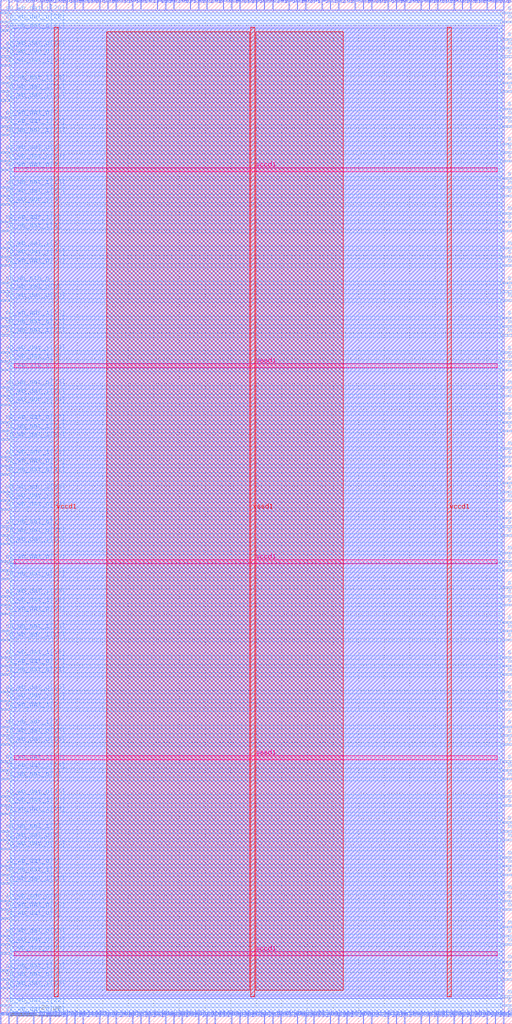
<source format=lef>
VERSION 5.7 ;
  NOWIREEXTENSIONATPIN ON ;
  DIVIDERCHAR "/" ;
  BUSBITCHARS "[]" ;
MACRO wb_interconnect
  CLASS BLOCK ;
  FOREIGN wb_interconnect ;
  ORIGIN 0.000 0.000 ;
  SIZE 200.000 BY 400.000 ;
  PIN clk_i
    DIRECTION INPUT ;
    USE SIGNAL ;
    PORT
      LAYER met2 ;
        RECT 119.230 396.000 119.510 400.000 ;
    END
  END clk_i
  PIN m0_wb_ack_o
    DIRECTION OUTPUT TRISTATE ;
    USE SIGNAL ;
    PORT
      LAYER met3 ;
        RECT 196.000 391.040 200.000 391.640 ;
    END
  END m0_wb_ack_o
  PIN m0_wb_adr_i[0]
    DIRECTION INPUT ;
    USE SIGNAL ;
    PORT
      LAYER met3 ;
        RECT 0.000 115.640 4.000 116.240 ;
    END
  END m0_wb_adr_i[0]
  PIN m0_wb_adr_i[10]
    DIRECTION INPUT ;
    USE SIGNAL ;
    PORT
      LAYER met3 ;
        RECT 196.000 272.040 200.000 272.640 ;
    END
  END m0_wb_adr_i[10]
  PIN m0_wb_adr_i[11]
    DIRECTION INPUT ;
    USE SIGNAL ;
    PORT
      LAYER met3 ;
        RECT 0.000 221.040 4.000 221.640 ;
    END
  END m0_wb_adr_i[11]
  PIN m0_wb_adr_i[12]
    DIRECTION INPUT ;
    USE SIGNAL ;
    PORT
      LAYER met3 ;
        RECT 196.000 23.840 200.000 24.440 ;
    END
  END m0_wb_adr_i[12]
  PIN m0_wb_adr_i[13]
    DIRECTION INPUT ;
    USE SIGNAL ;
    PORT
      LAYER met2 ;
        RECT 70.930 0.000 71.210 4.000 ;
    END
  END m0_wb_adr_i[13]
  PIN m0_wb_adr_i[14]
    DIRECTION INPUT ;
    USE SIGNAL ;
    PORT
      LAYER met2 ;
        RECT 64.490 0.000 64.770 4.000 ;
    END
  END m0_wb_adr_i[14]
  PIN m0_wb_adr_i[15]
    DIRECTION INPUT ;
    USE SIGNAL ;
    PORT
      LAYER met3 ;
        RECT 196.000 153.040 200.000 153.640 ;
    END
  END m0_wb_adr_i[15]
  PIN m0_wb_adr_i[16]
    DIRECTION INPUT ;
    USE SIGNAL ;
    PORT
      LAYER met2 ;
        RECT 141.770 396.000 142.050 400.000 ;
    END
  END m0_wb_adr_i[16]
  PIN m0_wb_adr_i[17]
    DIRECTION INPUT ;
    USE SIGNAL ;
    PORT
      LAYER met3 ;
        RECT 0.000 149.640 4.000 150.240 ;
    END
  END m0_wb_adr_i[17]
  PIN m0_wb_adr_i[18]
    DIRECTION INPUT ;
    USE SIGNAL ;
    PORT
      LAYER met3 ;
        RECT 0.000 275.440 4.000 276.040 ;
    END
  END m0_wb_adr_i[18]
  PIN m0_wb_adr_i[19]
    DIRECTION INPUT ;
    USE SIGNAL ;
    PORT
      LAYER met3 ;
        RECT 196.000 367.240 200.000 367.840 ;
    END
  END m0_wb_adr_i[19]
  PIN m0_wb_adr_i[1]
    DIRECTION INPUT ;
    USE SIGNAL ;
    PORT
      LAYER met3 ;
        RECT 0.000 312.840 4.000 313.440 ;
    END
  END m0_wb_adr_i[1]
  PIN m0_wb_adr_i[20]
    DIRECTION INPUT ;
    USE SIGNAL ;
    PORT
      LAYER met3 ;
        RECT 196.000 224.440 200.000 225.040 ;
    END
  END m0_wb_adr_i[20]
  PIN m0_wb_adr_i[21]
    DIRECTION INPUT ;
    USE SIGNAL ;
    PORT
      LAYER met3 ;
        RECT 196.000 204.040 200.000 204.640 ;
    END
  END m0_wb_adr_i[21]
  PIN m0_wb_adr_i[22]
    DIRECTION INPUT ;
    USE SIGNAL ;
    PORT
      LAYER met3 ;
        RECT 196.000 350.240 200.000 350.840 ;
    END
  END m0_wb_adr_i[22]
  PIN m0_wb_adr_i[23]
    DIRECTION INPUT ;
    USE SIGNAL ;
    PORT
      LAYER met3 ;
        RECT 0.000 346.840 4.000 347.440 ;
    END
  END m0_wb_adr_i[23]
  PIN m0_wb_adr_i[24]
    DIRECTION INPUT ;
    USE SIGNAL ;
    PORT
      LAYER met3 ;
        RECT 0.000 241.440 4.000 242.040 ;
    END
  END m0_wb_adr_i[24]
  PIN m0_wb_adr_i[25]
    DIRECTION INPUT ;
    USE SIGNAL ;
    PORT
      LAYER met3 ;
        RECT 196.000 139.440 200.000 140.040 ;
    END
  END m0_wb_adr_i[25]
  PIN m0_wb_adr_i[26]
    DIRECTION INPUT ;
    USE SIGNAL ;
    PORT
      LAYER met2 ;
        RECT 51.610 396.000 51.890 400.000 ;
    END
  END m0_wb_adr_i[26]
  PIN m0_wb_adr_i[27]
    DIRECTION INPUT ;
    USE SIGNAL ;
    PORT
      LAYER met3 ;
        RECT 196.000 95.240 200.000 95.840 ;
    END
  END m0_wb_adr_i[27]
  PIN m0_wb_adr_i[28]
    DIRECTION INPUT ;
    USE SIGNAL ;
    PORT
      LAYER met2 ;
        RECT 164.310 396.000 164.590 400.000 ;
    END
  END m0_wb_adr_i[28]
  PIN m0_wb_adr_i[29]
    DIRECTION INPUT ;
    USE SIGNAL ;
    PORT
      LAYER met3 ;
        RECT 0.000 207.440 4.000 208.040 ;
    END
  END m0_wb_adr_i[29]
  PIN m0_wb_adr_i[2]
    DIRECTION INPUT ;
    USE SIGNAL ;
    PORT
      LAYER met3 ;
        RECT 196.000 51.040 200.000 51.640 ;
    END
  END m0_wb_adr_i[2]
  PIN m0_wb_adr_i[30]
    DIRECTION INPUT ;
    USE SIGNAL ;
    PORT
      LAYER met2 ;
        RECT 96.690 0.000 96.970 4.000 ;
    END
  END m0_wb_adr_i[30]
  PIN m0_wb_adr_i[31]
    DIRECTION INPUT ;
    USE SIGNAL ;
    PORT
      LAYER met3 ;
        RECT 196.000 10.240 200.000 10.840 ;
    END
  END m0_wb_adr_i[31]
  PIN m0_wb_adr_i[3]
    DIRECTION INPUT ;
    USE SIGNAL ;
    PORT
      LAYER met3 ;
        RECT 196.000 37.440 200.000 38.040 ;
    END
  END m0_wb_adr_i[3]
  PIN m0_wb_adr_i[4]
    DIRECTION INPUT ;
    USE SIGNAL ;
    PORT
      LAYER met3 ;
        RECT 196.000 255.040 200.000 255.640 ;
    END
  END m0_wb_adr_i[4]
  PIN m0_wb_adr_i[5]
    DIRECTION INPUT ;
    USE SIGNAL ;
    PORT
      LAYER met3 ;
        RECT 196.000 353.640 200.000 354.240 ;
    END
  END m0_wb_adr_i[5]
  PIN m0_wb_adr_i[6]
    DIRECTION INPUT ;
    USE SIGNAL ;
    PORT
      LAYER met2 ;
        RECT 116.010 0.000 116.290 4.000 ;
    END
  END m0_wb_adr_i[6]
  PIN m0_wb_adr_i[7]
    DIRECTION INPUT ;
    USE SIGNAL ;
    PORT
      LAYER met3 ;
        RECT 196.000 71.440 200.000 72.040 ;
    END
  END m0_wb_adr_i[7]
  PIN m0_wb_adr_i[8]
    DIRECTION INPUT ;
    USE SIGNAL ;
    PORT
      LAYER met3 ;
        RECT 0.000 319.640 4.000 320.240 ;
    END
  END m0_wb_adr_i[8]
  PIN m0_wb_adr_i[9]
    DIRECTION INPUT ;
    USE SIGNAL ;
    PORT
      LAYER met3 ;
        RECT 196.000 248.240 200.000 248.840 ;
    END
  END m0_wb_adr_i[9]
  PIN m0_wb_cyc_i
    DIRECTION INPUT ;
    USE SIGNAL ;
    PORT
      LAYER met2 ;
        RECT 193.290 0.000 193.570 4.000 ;
    END
  END m0_wb_cyc_i
  PIN m0_wb_dat_i[0]
    DIRECTION INPUT ;
    USE SIGNAL ;
    PORT
      LAYER met2 ;
        RECT 119.230 0.000 119.510 4.000 ;
    END
  END m0_wb_dat_i[0]
  PIN m0_wb_dat_i[10]
    DIRECTION INPUT ;
    USE SIGNAL ;
    PORT
      LAYER met2 ;
        RECT 67.710 0.000 67.990 4.000 ;
    END
  END m0_wb_dat_i[10]
  PIN m0_wb_dat_i[11]
    DIRECTION INPUT ;
    USE SIGNAL ;
    PORT
      LAYER met2 ;
        RECT 177.190 0.000 177.470 4.000 ;
    END
  END m0_wb_dat_i[11]
  PIN m0_wb_dat_i[12]
    DIRECTION INPUT ;
    USE SIGNAL ;
    PORT
      LAYER met2 ;
        RECT 16.190 0.000 16.470 4.000 ;
    END
  END m0_wb_dat_i[12]
  PIN m0_wb_dat_i[13]
    DIRECTION INPUT ;
    USE SIGNAL ;
    PORT
      LAYER met3 ;
        RECT 196.000 316.240 200.000 316.840 ;
    END
  END m0_wb_dat_i[13]
  PIN m0_wb_dat_i[14]
    DIRECTION INPUT ;
    USE SIGNAL ;
    PORT
      LAYER met3 ;
        RECT 0.000 142.840 4.000 143.440 ;
    END
  END m0_wb_dat_i[14]
  PIN m0_wb_dat_i[15]
    DIRECTION INPUT ;
    USE SIGNAL ;
    PORT
      LAYER met2 ;
        RECT 141.770 0.000 142.050 4.000 ;
    END
  END m0_wb_dat_i[15]
  PIN m0_wb_dat_i[16]
    DIRECTION INPUT ;
    USE SIGNAL ;
    PORT
      LAYER met2 ;
        RECT 109.570 0.000 109.850 4.000 ;
    END
  END m0_wb_dat_i[16]
  PIN m0_wb_dat_i[17]
    DIRECTION INPUT ;
    USE SIGNAL ;
    PORT
      LAYER met2 ;
        RECT 183.630 396.000 183.910 400.000 ;
    END
  END m0_wb_dat_i[17]
  PIN m0_wb_dat_i[18]
    DIRECTION INPUT ;
    USE SIGNAL ;
    PORT
      LAYER met3 ;
        RECT 0.000 326.440 4.000 327.040 ;
    END
  END m0_wb_dat_i[18]
  PIN m0_wb_dat_i[19]
    DIRECTION INPUT ;
    USE SIGNAL ;
    PORT
      LAYER met3 ;
        RECT 0.000 374.040 4.000 374.640 ;
    END
  END m0_wb_dat_i[19]
  PIN m0_wb_dat_i[1]
    DIRECTION INPUT ;
    USE SIGNAL ;
    PORT
      LAYER met2 ;
        RECT 6.530 396.000 6.810 400.000 ;
    END
  END m0_wb_dat_i[1]
  PIN m0_wb_dat_i[20]
    DIRECTION INPUT ;
    USE SIGNAL ;
    PORT
      LAYER met3 ;
        RECT 196.000 98.640 200.000 99.240 ;
    END
  END m0_wb_dat_i[20]
  PIN m0_wb_dat_i[21]
    DIRECTION INPUT ;
    USE SIGNAL ;
    PORT
      LAYER met3 ;
        RECT 0.000 244.840 4.000 245.440 ;
    END
  END m0_wb_dat_i[21]
  PIN m0_wb_dat_i[22]
    DIRECTION INPUT ;
    USE SIGNAL ;
    PORT
      LAYER met3 ;
        RECT 196.000 136.040 200.000 136.640 ;
    END
  END m0_wb_dat_i[22]
  PIN m0_wb_dat_i[23]
    DIRECTION INPUT ;
    USE SIGNAL ;
    PORT
      LAYER met3 ;
        RECT 0.000 323.040 4.000 323.640 ;
    END
  END m0_wb_dat_i[23]
  PIN m0_wb_dat_i[24]
    DIRECTION INPUT ;
    USE SIGNAL ;
    PORT
      LAYER met2 ;
        RECT 45.170 0.000 45.450 4.000 ;
    END
  END m0_wb_dat_i[24]
  PIN m0_wb_dat_i[25]
    DIRECTION INPUT ;
    USE SIGNAL ;
    PORT
      LAYER met3 ;
        RECT 196.000 183.640 200.000 184.240 ;
    END
  END m0_wb_dat_i[25]
  PIN m0_wb_dat_i[26]
    DIRECTION INPUT ;
    USE SIGNAL ;
    PORT
      LAYER met3 ;
        RECT 196.000 295.840 200.000 296.440 ;
    END
  END m0_wb_dat_i[26]
  PIN m0_wb_dat_i[27]
    DIRECTION INPUT ;
    USE SIGNAL ;
    PORT
      LAYER met2 ;
        RECT 122.450 0.000 122.730 4.000 ;
    END
  END m0_wb_dat_i[27]
  PIN m0_wb_dat_i[28]
    DIRECTION INPUT ;
    USE SIGNAL ;
    PORT
      LAYER met3 ;
        RECT 0.000 367.240 4.000 367.840 ;
    END
  END m0_wb_dat_i[28]
  PIN m0_wb_dat_i[29]
    DIRECTION INPUT ;
    USE SIGNAL ;
    PORT
      LAYER met2 ;
        RECT 74.150 396.000 74.430 400.000 ;
    END
  END m0_wb_dat_i[29]
  PIN m0_wb_dat_i[2]
    DIRECTION INPUT ;
    USE SIGNAL ;
    PORT
      LAYER met3 ;
        RECT 0.000 57.840 4.000 58.440 ;
    END
  END m0_wb_dat_i[2]
  PIN m0_wb_dat_i[30]
    DIRECTION INPUT ;
    USE SIGNAL ;
    PORT
      LAYER met3 ;
        RECT 0.000 85.040 4.000 85.640 ;
    END
  END m0_wb_dat_i[30]
  PIN m0_wb_dat_i[31]
    DIRECTION INPUT ;
    USE SIGNAL ;
    PORT
      LAYER met3 ;
        RECT 0.000 363.840 4.000 364.440 ;
    END
  END m0_wb_dat_i[31]
  PIN m0_wb_dat_i[3]
    DIRECTION INPUT ;
    USE SIGNAL ;
    PORT
      LAYER met3 ;
        RECT 0.000 204.040 4.000 204.640 ;
    END
  END m0_wb_dat_i[3]
  PIN m0_wb_dat_i[4]
    DIRECTION INPUT ;
    USE SIGNAL ;
    PORT
      LAYER met2 ;
        RECT 90.250 396.000 90.530 400.000 ;
    END
  END m0_wb_dat_i[4]
  PIN m0_wb_dat_i[5]
    DIRECTION INPUT ;
    USE SIGNAL ;
    PORT
      LAYER met2 ;
        RECT 32.290 396.000 32.570 400.000 ;
    END
  END m0_wb_dat_i[5]
  PIN m0_wb_dat_i[6]
    DIRECTION INPUT ;
    USE SIGNAL ;
    PORT
      LAYER met2 ;
        RECT 80.590 396.000 80.870 400.000 ;
    END
  END m0_wb_dat_i[6]
  PIN m0_wb_dat_i[7]
    DIRECTION INPUT ;
    USE SIGNAL ;
    PORT
      LAYER met2 ;
        RECT 116.010 396.000 116.290 400.000 ;
    END
  END m0_wb_dat_i[7]
  PIN m0_wb_dat_i[8]
    DIRECTION INPUT ;
    USE SIGNAL ;
    PORT
      LAYER met2 ;
        RECT 93.470 396.000 93.750 400.000 ;
    END
  END m0_wb_dat_i[8]
  PIN m0_wb_dat_i[9]
    DIRECTION INPUT ;
    USE SIGNAL ;
    PORT
      LAYER met3 ;
        RECT 196.000 61.240 200.000 61.840 ;
    END
  END m0_wb_dat_i[9]
  PIN m0_wb_dat_o[0]
    DIRECTION OUTPUT TRISTATE ;
    USE SIGNAL ;
    PORT
      LAYER met3 ;
        RECT 196.000 380.840 200.000 381.440 ;
    END
  END m0_wb_dat_o[0]
  PIN m0_wb_dat_o[10]
    DIRECTION OUTPUT TRISTATE ;
    USE SIGNAL ;
    PORT
      LAYER met3 ;
        RECT 0.000 34.040 4.000 34.640 ;
    END
  END m0_wb_dat_o[10]
  PIN m0_wb_dat_o[11]
    DIRECTION OUTPUT TRISTATE ;
    USE SIGNAL ;
    PORT
      LAYER met2 ;
        RECT 29.070 0.000 29.350 4.000 ;
    END
  END m0_wb_dat_o[11]
  PIN m0_wb_dat_o[12]
    DIRECTION OUTPUT TRISTATE ;
    USE SIGNAL ;
    PORT
      LAYER met3 ;
        RECT 196.000 122.440 200.000 123.040 ;
    END
  END m0_wb_dat_o[12]
  PIN m0_wb_dat_o[13]
    DIRECTION OUTPUT TRISTATE ;
    USE SIGNAL ;
    PORT
      LAYER met3 ;
        RECT 0.000 159.840 4.000 160.440 ;
    END
  END m0_wb_dat_o[13]
  PIN m0_wb_dat_o[14]
    DIRECTION OUTPUT TRISTATE ;
    USE SIGNAL ;
    PORT
      LAYER met3 ;
        RECT 196.000 302.640 200.000 303.240 ;
    END
  END m0_wb_dat_o[14]
  PIN m0_wb_dat_o[15]
    DIRECTION OUTPUT TRISTATE ;
    USE SIGNAL ;
    PORT
      LAYER met2 ;
        RECT 41.950 396.000 42.230 400.000 ;
    END
  END m0_wb_dat_o[15]
  PIN m0_wb_dat_o[16]
    DIRECTION OUTPUT TRISTATE ;
    USE SIGNAL ;
    PORT
      LAYER met3 ;
        RECT 196.000 30.640 200.000 31.240 ;
    END
  END m0_wb_dat_o[16]
  PIN m0_wb_dat_o[17]
    DIRECTION OUTPUT TRISTATE ;
    USE SIGNAL ;
    PORT
      LAYER met3 ;
        RECT 0.000 234.640 4.000 235.240 ;
    END
  END m0_wb_dat_o[17]
  PIN m0_wb_dat_o[18]
    DIRECTION OUTPUT TRISTATE ;
    USE SIGNAL ;
    PORT
      LAYER met3 ;
        RECT 0.000 336.640 4.000 337.240 ;
    END
  END m0_wb_dat_o[18]
  PIN m0_wb_dat_o[19]
    DIRECTION OUTPUT TRISTATE ;
    USE SIGNAL ;
    PORT
      LAYER met2 ;
        RECT 164.310 0.000 164.590 4.000 ;
    END
  END m0_wb_dat_o[19]
  PIN m0_wb_dat_o[1]
    DIRECTION OUTPUT TRISTATE ;
    USE SIGNAL ;
    PORT
      LAYER met2 ;
        RECT 83.810 0.000 84.090 4.000 ;
    END
  END m0_wb_dat_o[1]
  PIN m0_wb_dat_o[20]
    DIRECTION OUTPUT TRISTATE ;
    USE SIGNAL ;
    PORT
      LAYER met3 ;
        RECT 196.000 176.840 200.000 177.440 ;
    END
  END m0_wb_dat_o[20]
  PIN m0_wb_dat_o[21]
    DIRECTION OUTPUT TRISTATE ;
    USE SIGNAL ;
    PORT
      LAYER met2 ;
        RECT 193.290 396.000 193.570 400.000 ;
    END
  END m0_wb_dat_o[21]
  PIN m0_wb_dat_o[22]
    DIRECTION OUTPUT TRISTATE ;
    USE SIGNAL ;
    PORT
      LAYER met3 ;
        RECT 0.000 272.040 4.000 272.640 ;
    END
  END m0_wb_dat_o[22]
  PIN m0_wb_dat_o[23]
    DIRECTION OUTPUT TRISTATE ;
    USE SIGNAL ;
    PORT
      LAYER met3 ;
        RECT 0.000 108.840 4.000 109.440 ;
    END
  END m0_wb_dat_o[23]
  PIN m0_wb_dat_o[24]
    DIRECTION OUTPUT TRISTATE ;
    USE SIGNAL ;
    PORT
      LAYER met3 ;
        RECT 196.000 74.840 200.000 75.440 ;
    END
  END m0_wb_dat_o[24]
  PIN m0_wb_dat_o[25]
    DIRECTION OUTPUT TRISTATE ;
    USE SIGNAL ;
    PORT
      LAYER met3 ;
        RECT 0.000 248.240 4.000 248.840 ;
    END
  END m0_wb_dat_o[25]
  PIN m0_wb_dat_o[26]
    DIRECTION OUTPUT TRISTATE ;
    USE SIGNAL ;
    PORT
      LAYER met3 ;
        RECT 196.000 64.640 200.000 65.240 ;
    END
  END m0_wb_dat_o[26]
  PIN m0_wb_dat_o[27]
    DIRECTION OUTPUT TRISTATE ;
    USE SIGNAL ;
    PORT
      LAYER met3 ;
        RECT 196.000 326.440 200.000 327.040 ;
    END
  END m0_wb_dat_o[27]
  PIN m0_wb_dat_o[28]
    DIRECTION OUTPUT TRISTATE ;
    USE SIGNAL ;
    PORT
      LAYER met3 ;
        RECT 0.000 200.640 4.000 201.240 ;
    END
  END m0_wb_dat_o[28]
  PIN m0_wb_dat_o[29]
    DIRECTION OUTPUT TRISTATE ;
    USE SIGNAL ;
    PORT
      LAYER met3 ;
        RECT 196.000 258.440 200.000 259.040 ;
    END
  END m0_wb_dat_o[29]
  PIN m0_wb_dat_o[2]
    DIRECTION OUTPUT TRISTATE ;
    USE SIGNAL ;
    PORT
      LAYER met2 ;
        RECT 180.410 0.000 180.690 4.000 ;
    END
  END m0_wb_dat_o[2]
  PIN m0_wb_dat_o[30]
    DIRECTION OUTPUT TRISTATE ;
    USE SIGNAL ;
    PORT
      LAYER met3 ;
        RECT 0.000 30.640 4.000 31.240 ;
    END
  END m0_wb_dat_o[30]
  PIN m0_wb_dat_o[31]
    DIRECTION OUTPUT TRISTATE ;
    USE SIGNAL ;
    PORT
      LAYER met3 ;
        RECT 0.000 214.240 4.000 214.840 ;
    END
  END m0_wb_dat_o[31]
  PIN m0_wb_dat_o[3]
    DIRECTION OUTPUT TRISTATE ;
    USE SIGNAL ;
    PORT
      LAYER met2 ;
        RECT 138.550 396.000 138.830 400.000 ;
    END
  END m0_wb_dat_o[3]
  PIN m0_wb_dat_o[4]
    DIRECTION OUTPUT TRISTATE ;
    USE SIGNAL ;
    PORT
      LAYER met3 ;
        RECT 0.000 333.240 4.000 333.840 ;
    END
  END m0_wb_dat_o[4]
  PIN m0_wb_dat_o[5]
    DIRECTION OUTPUT TRISTATE ;
    USE SIGNAL ;
    PORT
      LAYER met3 ;
        RECT 196.000 44.240 200.000 44.840 ;
    END
  END m0_wb_dat_o[5]
  PIN m0_wb_dat_o[6]
    DIRECTION OUTPUT TRISTATE ;
    USE SIGNAL ;
    PORT
      LAYER met2 ;
        RECT 0.090 396.000 0.370 400.000 ;
    END
  END m0_wb_dat_o[6]
  PIN m0_wb_dat_o[7]
    DIRECTION OUTPUT TRISTATE ;
    USE SIGNAL ;
    PORT
      LAYER met2 ;
        RECT 54.830 396.000 55.110 400.000 ;
    END
  END m0_wb_dat_o[7]
  PIN m0_wb_dat_o[8]
    DIRECTION OUTPUT TRISTATE ;
    USE SIGNAL ;
    PORT
      LAYER met3 ;
        RECT 196.000 282.240 200.000 282.840 ;
    END
  END m0_wb_dat_o[8]
  PIN m0_wb_dat_o[9]
    DIRECTION OUTPUT TRISTATE ;
    USE SIGNAL ;
    PORT
      LAYER met3 ;
        RECT 196.000 268.640 200.000 269.240 ;
    END
  END m0_wb_dat_o[9]
  PIN m0_wb_sel_i[0]
    DIRECTION INPUT ;
    USE SIGNAL ;
    PORT
      LAYER met2 ;
        RECT 45.170 396.000 45.450 400.000 ;
    END
  END m0_wb_sel_i[0]
  PIN m0_wb_sel_i[1]
    DIRECTION INPUT ;
    USE SIGNAL ;
    PORT
      LAYER met2 ;
        RECT 61.270 396.000 61.550 400.000 ;
    END
  END m0_wb_sel_i[1]
  PIN m0_wb_sel_i[2]
    DIRECTION INPUT ;
    USE SIGNAL ;
    PORT
      LAYER met3 ;
        RECT 0.000 74.840 4.000 75.440 ;
    END
  END m0_wb_sel_i[2]
  PIN m0_wb_sel_i[3]
    DIRECTION INPUT ;
    USE SIGNAL ;
    PORT
      LAYER met3 ;
        RECT 0.000 302.640 4.000 303.240 ;
    END
  END m0_wb_sel_i[3]
  PIN m0_wb_stb_i
    DIRECTION INPUT ;
    USE SIGNAL ;
    PORT
      LAYER met2 ;
        RECT 144.990 0.000 145.270 4.000 ;
    END
  END m0_wb_stb_i
  PIN m0_wb_we_i
    DIRECTION INPUT ;
    USE SIGNAL ;
    PORT
      LAYER met3 ;
        RECT 196.000 3.440 200.000 4.040 ;
    END
  END m0_wb_we_i
  PIN rst
    DIRECTION INPUT ;
    USE SIGNAL ;
    PORT
      LAYER met3 ;
        RECT 0.000 176.840 4.000 177.440 ;
    END
  END rst
  PIN s0_wb_ack_i
    DIRECTION INPUT ;
    USE SIGNAL ;
    PORT
      LAYER met2 ;
        RECT 29.070 396.000 29.350 400.000 ;
    END
  END s0_wb_ack_i
  PIN s0_wb_adr_o[0]
    DIRECTION OUTPUT TRISTATE ;
    USE SIGNAL ;
    PORT
      LAYER met3 ;
        RECT 196.000 210.840 200.000 211.440 ;
    END
  END s0_wb_adr_o[0]
  PIN s0_wb_adr_o[1]
    DIRECTION OUTPUT TRISTATE ;
    USE SIGNAL ;
    PORT
      LAYER met3 ;
        RECT 196.000 340.040 200.000 340.640 ;
    END
  END s0_wb_adr_o[1]
  PIN s0_wb_adr_o[2]
    DIRECTION OUTPUT TRISTATE ;
    USE SIGNAL ;
    PORT
      LAYER met2 ;
        RECT 51.610 0.000 51.890 4.000 ;
    END
  END s0_wb_adr_o[2]
  PIN s0_wb_adr_o[3]
    DIRECTION OUTPUT TRISTATE ;
    USE SIGNAL ;
    PORT
      LAYER met3 ;
        RECT 196.000 115.640 200.000 116.240 ;
    END
  END s0_wb_adr_o[3]
  PIN s0_wb_adr_o[4]
    DIRECTION OUTPUT TRISTATE ;
    USE SIGNAL ;
    PORT
      LAYER met3 ;
        RECT 0.000 47.640 4.000 48.240 ;
    END
  END s0_wb_adr_o[4]
  PIN s0_wb_adr_o[5]
    DIRECTION OUTPUT TRISTATE ;
    USE SIGNAL ;
    PORT
      LAYER met3 ;
        RECT 196.000 261.840 200.000 262.440 ;
    END
  END s0_wb_adr_o[5]
  PIN s0_wb_adr_o[6]
    DIRECTION OUTPUT TRISTATE ;
    USE SIGNAL ;
    PORT
      LAYER met2 ;
        RECT 32.290 0.000 32.570 4.000 ;
    END
  END s0_wb_adr_o[6]
  PIN s0_wb_adr_o[7]
    DIRECTION OUTPUT TRISTATE ;
    USE SIGNAL ;
    PORT
      LAYER met3 ;
        RECT 196.000 102.040 200.000 102.640 ;
    END
  END s0_wb_adr_o[7]
  PIN s0_wb_adr_o[8]
    DIRECTION OUTPUT TRISTATE ;
    USE SIGNAL ;
    PORT
      LAYER met3 ;
        RECT 196.000 193.840 200.000 194.440 ;
    END
  END s0_wb_adr_o[8]
  PIN s0_wb_cyc_o
    DIRECTION OUTPUT TRISTATE ;
    USE SIGNAL ;
    PORT
      LAYER met3 ;
        RECT 0.000 377.440 4.000 378.040 ;
    END
  END s0_wb_cyc_o
  PIN s0_wb_dat_i[0]
    DIRECTION INPUT ;
    USE SIGNAL ;
    PORT
      LAYER met3 ;
        RECT 196.000 180.240 200.000 180.840 ;
    END
  END s0_wb_dat_i[0]
  PIN s0_wb_dat_i[10]
    DIRECTION INPUT ;
    USE SIGNAL ;
    PORT
      LAYER met3 ;
        RECT 0.000 153.040 4.000 153.640 ;
    END
  END s0_wb_dat_i[10]
  PIN s0_wb_dat_i[11]
    DIRECTION INPUT ;
    USE SIGNAL ;
    PORT
      LAYER met2 ;
        RECT 180.410 396.000 180.690 400.000 ;
    END
  END s0_wb_dat_i[11]
  PIN s0_wb_dat_i[12]
    DIRECTION INPUT ;
    USE SIGNAL ;
    PORT
      LAYER met2 ;
        RECT 103.130 0.000 103.410 4.000 ;
    END
  END s0_wb_dat_i[12]
  PIN s0_wb_dat_i[13]
    DIRECTION INPUT ;
    USE SIGNAL ;
    PORT
      LAYER met3 ;
        RECT 196.000 238.040 200.000 238.640 ;
    END
  END s0_wb_dat_i[13]
  PIN s0_wb_dat_i[14]
    DIRECTION INPUT ;
    USE SIGNAL ;
    PORT
      LAYER met3 ;
        RECT 0.000 163.240 4.000 163.840 ;
    END
  END s0_wb_dat_i[14]
  PIN s0_wb_dat_i[15]
    DIRECTION INPUT ;
    USE SIGNAL ;
    PORT
      LAYER met3 ;
        RECT 0.000 125.840 4.000 126.440 ;
    END
  END s0_wb_dat_i[15]
  PIN s0_wb_dat_i[16]
    DIRECTION INPUT ;
    USE SIGNAL ;
    PORT
      LAYER met2 ;
        RECT 154.650 0.000 154.930 4.000 ;
    END
  END s0_wb_dat_i[16]
  PIN s0_wb_dat_i[17]
    DIRECTION INPUT ;
    USE SIGNAL ;
    PORT
      LAYER met3 ;
        RECT 0.000 54.440 4.000 55.040 ;
    END
  END s0_wb_dat_i[17]
  PIN s0_wb_dat_i[18]
    DIRECTION INPUT ;
    USE SIGNAL ;
    PORT
      LAYER met2 ;
        RECT 167.530 396.000 167.810 400.000 ;
    END
  END s0_wb_dat_i[18]
  PIN s0_wb_dat_i[19]
    DIRECTION INPUT ;
    USE SIGNAL ;
    PORT
      LAYER met3 ;
        RECT 0.000 261.840 4.000 262.440 ;
    END
  END s0_wb_dat_i[19]
  PIN s0_wb_dat_i[1]
    DIRECTION INPUT ;
    USE SIGNAL ;
    PORT
      LAYER met2 ;
        RECT 19.410 396.000 19.690 400.000 ;
    END
  END s0_wb_dat_i[1]
  PIN s0_wb_dat_i[20]
    DIRECTION INPUT ;
    USE SIGNAL ;
    PORT
      LAYER met3 ;
        RECT 0.000 394.440 4.000 395.040 ;
    END
  END s0_wb_dat_i[20]
  PIN s0_wb_dat_i[21]
    DIRECTION INPUT ;
    USE SIGNAL ;
    PORT
      LAYER met3 ;
        RECT 0.000 299.240 4.000 299.840 ;
    END
  END s0_wb_dat_i[21]
  PIN s0_wb_dat_i[22]
    DIRECTION INPUT ;
    USE SIGNAL ;
    PORT
      LAYER met3 ;
        RECT 0.000 6.840 4.000 7.440 ;
    END
  END s0_wb_dat_i[22]
  PIN s0_wb_dat_i[23]
    DIRECTION INPUT ;
    USE SIGNAL ;
    PORT
      LAYER met2 ;
        RECT 90.250 0.000 90.530 4.000 ;
    END
  END s0_wb_dat_i[23]
  PIN s0_wb_dat_i[24]
    DIRECTION INPUT ;
    USE SIGNAL ;
    PORT
      LAYER met3 ;
        RECT 196.000 275.440 200.000 276.040 ;
    END
  END s0_wb_dat_i[24]
  PIN s0_wb_dat_i[25]
    DIRECTION INPUT ;
    USE SIGNAL ;
    PORT
      LAYER met3 ;
        RECT 0.000 187.040 4.000 187.640 ;
    END
  END s0_wb_dat_i[25]
  PIN s0_wb_dat_i[26]
    DIRECTION INPUT ;
    USE SIGNAL ;
    PORT
      LAYER met3 ;
        RECT 0.000 227.840 4.000 228.440 ;
    END
  END s0_wb_dat_i[26]
  PIN s0_wb_dat_i[27]
    DIRECTION INPUT ;
    USE SIGNAL ;
    PORT
      LAYER met2 ;
        RECT 157.870 0.000 158.150 4.000 ;
    END
  END s0_wb_dat_i[27]
  PIN s0_wb_dat_i[28]
    DIRECTION INPUT ;
    USE SIGNAL ;
    PORT
      LAYER met2 ;
        RECT 67.710 396.000 67.990 400.000 ;
    END
  END s0_wb_dat_i[28]
  PIN s0_wb_dat_i[29]
    DIRECTION INPUT ;
    USE SIGNAL ;
    PORT
      LAYER met3 ;
        RECT 0.000 13.640 4.000 14.240 ;
    END
  END s0_wb_dat_i[29]
  PIN s0_wb_dat_i[2]
    DIRECTION INPUT ;
    USE SIGNAL ;
    PORT
      LAYER met2 ;
        RECT 128.890 396.000 129.170 400.000 ;
    END
  END s0_wb_dat_i[2]
  PIN s0_wb_dat_i[30]
    DIRECTION INPUT ;
    USE SIGNAL ;
    PORT
      LAYER met2 ;
        RECT 190.070 396.000 190.350 400.000 ;
    END
  END s0_wb_dat_i[30]
  PIN s0_wb_dat_i[31]
    DIRECTION INPUT ;
    USE SIGNAL ;
    PORT
      LAYER met3 ;
        RECT 196.000 17.040 200.000 17.640 ;
    END
  END s0_wb_dat_i[31]
  PIN s0_wb_dat_i[3]
    DIRECTION INPUT ;
    USE SIGNAL ;
    PORT
      LAYER met3 ;
        RECT 0.000 309.440 4.000 310.040 ;
    END
  END s0_wb_dat_i[3]
  PIN s0_wb_dat_i[4]
    DIRECTION INPUT ;
    USE SIGNAL ;
    PORT
      LAYER met3 ;
        RECT 196.000 329.840 200.000 330.440 ;
    END
  END s0_wb_dat_i[4]
  PIN s0_wb_dat_i[5]
    DIRECTION INPUT ;
    USE SIGNAL ;
    PORT
      LAYER met3 ;
        RECT 196.000 142.840 200.000 143.440 ;
    END
  END s0_wb_dat_i[5]
  PIN s0_wb_dat_i[6]
    DIRECTION INPUT ;
    USE SIGNAL ;
    PORT
      LAYER met2 ;
        RECT 167.530 0.000 167.810 4.000 ;
    END
  END s0_wb_dat_i[6]
  PIN s0_wb_dat_i[7]
    DIRECTION INPUT ;
    USE SIGNAL ;
    PORT
      LAYER met3 ;
        RECT 196.000 285.640 200.000 286.240 ;
    END
  END s0_wb_dat_i[7]
  PIN s0_wb_dat_i[8]
    DIRECTION INPUT ;
    USE SIGNAL ;
    PORT
      LAYER met3 ;
        RECT 196.000 47.640 200.000 48.240 ;
    END
  END s0_wb_dat_i[8]
  PIN s0_wb_dat_i[9]
    DIRECTION INPUT ;
    USE SIGNAL ;
    PORT
      LAYER met3 ;
        RECT 0.000 258.440 4.000 259.040 ;
    END
  END s0_wb_dat_i[9]
  PIN s0_wb_dat_o[0]
    DIRECTION OUTPUT TRISTATE ;
    USE SIGNAL ;
    PORT
      LAYER met3 ;
        RECT 0.000 17.040 4.000 17.640 ;
    END
  END s0_wb_dat_o[0]
  PIN s0_wb_dat_o[10]
    DIRECTION OUTPUT TRISTATE ;
    USE SIGNAL ;
    PORT
      LAYER met2 ;
        RECT 99.910 396.000 100.190 400.000 ;
    END
  END s0_wb_dat_o[10]
  PIN s0_wb_dat_o[11]
    DIRECTION OUTPUT TRISTATE ;
    USE SIGNAL ;
    PORT
      LAYER met3 ;
        RECT 0.000 387.640 4.000 388.240 ;
    END
  END s0_wb_dat_o[11]
  PIN s0_wb_dat_o[12]
    DIRECTION OUTPUT TRISTATE ;
    USE SIGNAL ;
    PORT
      LAYER met3 ;
        RECT 196.000 149.640 200.000 150.240 ;
    END
  END s0_wb_dat_o[12]
  PIN s0_wb_dat_o[13]
    DIRECTION OUTPUT TRISTATE ;
    USE SIGNAL ;
    PORT
      LAYER met2 ;
        RECT 128.890 0.000 129.170 4.000 ;
    END
  END s0_wb_dat_o[13]
  PIN s0_wb_dat_o[14]
    DIRECTION OUTPUT TRISTATE ;
    USE SIGNAL ;
    PORT
      LAYER met3 ;
        RECT 196.000 190.440 200.000 191.040 ;
    END
  END s0_wb_dat_o[14]
  PIN s0_wb_dat_o[15]
    DIRECTION OUTPUT TRISTATE ;
    USE SIGNAL ;
    PORT
      LAYER met3 ;
        RECT 0.000 112.240 4.000 112.840 ;
    END
  END s0_wb_dat_o[15]
  PIN s0_wb_dat_o[16]
    DIRECTION OUTPUT TRISTATE ;
    USE SIGNAL ;
    PORT
      LAYER met3 ;
        RECT 0.000 68.040 4.000 68.640 ;
    END
  END s0_wb_dat_o[16]
  PIN s0_wb_dat_o[17]
    DIRECTION OUTPUT TRISTATE ;
    USE SIGNAL ;
    PORT
      LAYER met2 ;
        RECT 151.430 396.000 151.710 400.000 ;
    END
  END s0_wb_dat_o[17]
  PIN s0_wb_dat_o[18]
    DIRECTION OUTPUT TRISTATE ;
    USE SIGNAL ;
    PORT
      LAYER met3 ;
        RECT 0.000 44.240 4.000 44.840 ;
    END
  END s0_wb_dat_o[18]
  PIN s0_wb_dat_o[19]
    DIRECTION OUTPUT TRISTATE ;
    USE SIGNAL ;
    PORT
      LAYER met3 ;
        RECT 196.000 221.040 200.000 221.640 ;
    END
  END s0_wb_dat_o[19]
  PIN s0_wb_dat_o[1]
    DIRECTION OUTPUT TRISTATE ;
    USE SIGNAL ;
    PORT
      LAYER met2 ;
        RECT 132.110 396.000 132.390 400.000 ;
    END
  END s0_wb_dat_o[1]
  PIN s0_wb_dat_o[20]
    DIRECTION OUTPUT TRISTATE ;
    USE SIGNAL ;
    PORT
      LAYER met2 ;
        RECT 154.650 396.000 154.930 400.000 ;
    END
  END s0_wb_dat_o[20]
  PIN s0_wb_dat_o[21]
    DIRECTION OUTPUT TRISTATE ;
    USE SIGNAL ;
    PORT
      LAYER met3 ;
        RECT 196.000 78.240 200.000 78.840 ;
    END
  END s0_wb_dat_o[21]
  PIN s0_wb_dat_o[22]
    DIRECTION OUTPUT TRISTATE ;
    USE SIGNAL ;
    PORT
      LAYER met3 ;
        RECT 0.000 380.840 4.000 381.440 ;
    END
  END s0_wb_dat_o[22]
  PIN s0_wb_dat_o[23]
    DIRECTION OUTPUT TRISTATE ;
    USE SIGNAL ;
    PORT
      LAYER met2 ;
        RECT 25.850 396.000 26.130 400.000 ;
    END
  END s0_wb_dat_o[23]
  PIN s0_wb_dat_o[24]
    DIRECTION OUTPUT TRISTATE ;
    USE SIGNAL ;
    PORT
      LAYER met3 ;
        RECT 196.000 370.640 200.000 371.240 ;
    END
  END s0_wb_dat_o[24]
  PIN s0_wb_dat_o[25]
    DIRECTION OUTPUT TRISTATE ;
    USE SIGNAL ;
    PORT
      LAYER met3 ;
        RECT 0.000 282.240 4.000 282.840 ;
    END
  END s0_wb_dat_o[25]
  PIN s0_wb_dat_o[26]
    DIRECTION OUTPUT TRISTATE ;
    USE SIGNAL ;
    PORT
      LAYER met3 ;
        RECT 0.000 88.440 4.000 89.040 ;
    END
  END s0_wb_dat_o[26]
  PIN s0_wb_dat_o[27]
    DIRECTION OUTPUT TRISTATE ;
    USE SIGNAL ;
    PORT
      LAYER met3 ;
        RECT 0.000 173.440 4.000 174.040 ;
    END
  END s0_wb_dat_o[27]
  PIN s0_wb_dat_o[28]
    DIRECTION OUTPUT TRISTATE ;
    USE SIGNAL ;
    PORT
      LAYER met3 ;
        RECT 0.000 391.040 4.000 391.640 ;
    END
  END s0_wb_dat_o[28]
  PIN s0_wb_dat_o[29]
    DIRECTION OUTPUT TRISTATE ;
    USE SIGNAL ;
    PORT
      LAYER met3 ;
        RECT 196.000 231.240 200.000 231.840 ;
    END
  END s0_wb_dat_o[29]
  PIN s0_wb_dat_o[2]
    DIRECTION OUTPUT TRISTATE ;
    USE SIGNAL ;
    PORT
      LAYER met3 ;
        RECT 196.000 217.640 200.000 218.240 ;
    END
  END s0_wb_dat_o[2]
  PIN s0_wb_dat_o[30]
    DIRECTION OUTPUT TRISTATE ;
    USE SIGNAL ;
    PORT
      LAYER met3 ;
        RECT 0.000 27.240 4.000 27.840 ;
    END
  END s0_wb_dat_o[30]
  PIN s0_wb_dat_o[31]
    DIRECTION OUTPUT TRISTATE ;
    USE SIGNAL ;
    PORT
      LAYER met3 ;
        RECT 0.000 190.440 4.000 191.040 ;
    END
  END s0_wb_dat_o[31]
  PIN s0_wb_dat_o[3]
    DIRECTION OUTPUT TRISTATE ;
    USE SIGNAL ;
    PORT
      LAYER met3 ;
        RECT 196.000 125.840 200.000 126.440 ;
    END
  END s0_wb_dat_o[3]
  PIN s0_wb_dat_o[4]
    DIRECTION OUTPUT TRISTATE ;
    USE SIGNAL ;
    PORT
      LAYER met3 ;
        RECT 196.000 34.040 200.000 34.640 ;
    END
  END s0_wb_dat_o[4]
  PIN s0_wb_dat_o[5]
    DIRECTION OUTPUT TRISTATE ;
    USE SIGNAL ;
    PORT
      LAYER met3 ;
        RECT 196.000 394.440 200.000 395.040 ;
    END
  END s0_wb_dat_o[5]
  PIN s0_wb_dat_o[6]
    DIRECTION OUTPUT TRISTATE ;
    USE SIGNAL ;
    PORT
      LAYER met3 ;
        RECT 0.000 61.240 4.000 61.840 ;
    END
  END s0_wb_dat_o[6]
  PIN s0_wb_dat_o[7]
    DIRECTION OUTPUT TRISTATE ;
    USE SIGNAL ;
    PORT
      LAYER met2 ;
        RECT 135.330 0.000 135.610 4.000 ;
    END
  END s0_wb_dat_o[7]
  PIN s0_wb_dat_o[8]
    DIRECTION OUTPUT TRISTATE ;
    USE SIGNAL ;
    PORT
      LAYER met3 ;
        RECT 0.000 353.640 4.000 354.240 ;
    END
  END s0_wb_dat_o[8]
  PIN s0_wb_dat_o[9]
    DIRECTION OUTPUT TRISTATE ;
    USE SIGNAL ;
    PORT
      LAYER met3 ;
        RECT 196.000 108.840 200.000 109.440 ;
    END
  END s0_wb_dat_o[9]
  PIN s0_wb_sel_o[0]
    DIRECTION OUTPUT TRISTATE ;
    USE SIGNAL ;
    PORT
      LAYER met2 ;
        RECT 64.490 396.000 64.770 400.000 ;
    END
  END s0_wb_sel_o[0]
  PIN s0_wb_sel_o[1]
    DIRECTION OUTPUT TRISTATE ;
    USE SIGNAL ;
    PORT
      LAYER met3 ;
        RECT 0.000 193.840 4.000 194.440 ;
    END
  END s0_wb_sel_o[1]
  PIN s0_wb_sel_o[2]
    DIRECTION OUTPUT TRISTATE ;
    USE SIGNAL ;
    PORT
      LAYER met2 ;
        RECT 25.850 0.000 26.130 4.000 ;
    END
  END s0_wb_sel_o[2]
  PIN s0_wb_sel_o[3]
    DIRECTION OUTPUT TRISTATE ;
    USE SIGNAL ;
    PORT
      LAYER met2 ;
        RECT 112.790 396.000 113.070 400.000 ;
    END
  END s0_wb_sel_o[3]
  PIN s0_wb_stb_o
    DIRECTION OUTPUT TRISTATE ;
    USE SIGNAL ;
    PORT
      LAYER met3 ;
        RECT 0.000 289.040 4.000 289.640 ;
    END
  END s0_wb_stb_o
  PIN s0_wb_we_o
    DIRECTION OUTPUT TRISTATE ;
    USE SIGNAL ;
    PORT
      LAYER met3 ;
        RECT 196.000 309.440 200.000 310.040 ;
    END
  END s0_wb_we_o
  PIN s1_wb_ack_i
    DIRECTION INPUT ;
    USE SIGNAL ;
    PORT
      LAYER met2 ;
        RECT 93.470 0.000 93.750 4.000 ;
    END
  END s1_wb_ack_i
  PIN s1_wb_adr_o[0]
    DIRECTION OUTPUT TRISTATE ;
    USE SIGNAL ;
    PORT
      LAYER met3 ;
        RECT 196.000 377.440 200.000 378.040 ;
    END
  END s1_wb_adr_o[0]
  PIN s1_wb_adr_o[1]
    DIRECTION OUTPUT TRISTATE ;
    USE SIGNAL ;
    PORT
      LAYER met3 ;
        RECT 196.000 166.640 200.000 167.240 ;
    END
  END s1_wb_adr_o[1]
  PIN s1_wb_adr_o[2]
    DIRECTION OUTPUT TRISTATE ;
    USE SIGNAL ;
    PORT
      LAYER met2 ;
        RECT 196.510 0.000 196.790 4.000 ;
    END
  END s1_wb_adr_o[2]
  PIN s1_wb_adr_o[3]
    DIRECTION OUTPUT TRISTATE ;
    USE SIGNAL ;
    PORT
      LAYER met3 ;
        RECT 196.000 384.240 200.000 384.840 ;
    END
  END s1_wb_adr_o[3]
  PIN s1_wb_adr_o[4]
    DIRECTION OUTPUT TRISTATE ;
    USE SIGNAL ;
    PORT
      LAYER met2 ;
        RECT 190.070 0.000 190.350 4.000 ;
    END
  END s1_wb_adr_o[4]
  PIN s1_wb_adr_o[5]
    DIRECTION OUTPUT TRISTATE ;
    USE SIGNAL ;
    PORT
      LAYER met2 ;
        RECT 77.370 0.000 77.650 4.000 ;
    END
  END s1_wb_adr_o[5]
  PIN s1_wb_adr_o[6]
    DIRECTION OUTPUT TRISTATE ;
    USE SIGNAL ;
    PORT
      LAYER met2 ;
        RECT 12.970 0.000 13.250 4.000 ;
    END
  END s1_wb_adr_o[6]
  PIN s1_wb_adr_o[7]
    DIRECTION OUTPUT TRISTATE ;
    USE SIGNAL ;
    PORT
      LAYER met3 ;
        RECT 196.000 57.840 200.000 58.440 ;
    END
  END s1_wb_adr_o[7]
  PIN s1_wb_adr_o[8]
    DIRECTION OUTPUT TRISTATE ;
    USE SIGNAL ;
    PORT
      LAYER met3 ;
        RECT 196.000 129.240 200.000 129.840 ;
    END
  END s1_wb_adr_o[8]
  PIN s1_wb_cyc_o
    DIRECTION OUTPUT TRISTATE ;
    USE SIGNAL ;
    PORT
      LAYER met2 ;
        RECT 87.030 396.000 87.310 400.000 ;
    END
  END s1_wb_cyc_o
  PIN s1_wb_dat_i[0]
    DIRECTION INPUT ;
    USE SIGNAL ;
    PORT
      LAYER met3 ;
        RECT 196.000 299.240 200.000 299.840 ;
    END
  END s1_wb_dat_i[0]
  PIN s1_wb_dat_i[10]
    DIRECTION INPUT ;
    USE SIGNAL ;
    PORT
      LAYER met3 ;
        RECT 0.000 20.440 4.000 21.040 ;
    END
  END s1_wb_dat_i[10]
  PIN s1_wb_dat_i[11]
    DIRECTION INPUT ;
    USE SIGNAL ;
    PORT
      LAYER met3 ;
        RECT 0.000 360.440 4.000 361.040 ;
    END
  END s1_wb_dat_i[11]
  PIN s1_wb_dat_i[12]
    DIRECTION INPUT ;
    USE SIGNAL ;
    PORT
      LAYER met3 ;
        RECT 0.000 350.240 4.000 350.840 ;
    END
  END s1_wb_dat_i[12]
  PIN s1_wb_dat_i[13]
    DIRECTION INPUT ;
    USE SIGNAL ;
    PORT
      LAYER met2 ;
        RECT 6.530 0.000 6.810 4.000 ;
    END
  END s1_wb_dat_i[13]
  PIN s1_wb_dat_i[14]
    DIRECTION INPUT ;
    USE SIGNAL ;
    PORT
      LAYER met3 ;
        RECT 0.000 98.640 4.000 99.240 ;
    END
  END s1_wb_dat_i[14]
  PIN s1_wb_dat_i[15]
    DIRECTION INPUT ;
    USE SIGNAL ;
    PORT
      LAYER met3 ;
        RECT 196.000 207.440 200.000 208.040 ;
    END
  END s1_wb_dat_i[15]
  PIN s1_wb_dat_i[16]
    DIRECTION INPUT ;
    USE SIGNAL ;
    PORT
      LAYER met3 ;
        RECT 0.000 81.640 4.000 82.240 ;
    END
  END s1_wb_dat_i[16]
  PIN s1_wb_dat_i[17]
    DIRECTION INPUT ;
    USE SIGNAL ;
    PORT
      LAYER met2 ;
        RECT 170.750 396.000 171.030 400.000 ;
    END
  END s1_wb_dat_i[17]
  PIN s1_wb_dat_i[18]
    DIRECTION INPUT ;
    USE SIGNAL ;
    PORT
      LAYER met3 ;
        RECT 196.000 363.840 200.000 364.440 ;
    END
  END s1_wb_dat_i[18]
  PIN s1_wb_dat_i[19]
    DIRECTION INPUT ;
    USE SIGNAL ;
    PORT
      LAYER met2 ;
        RECT 3.310 396.000 3.590 400.000 ;
    END
  END s1_wb_dat_i[19]
  PIN s1_wb_dat_i[1]
    DIRECTION INPUT ;
    USE SIGNAL ;
    PORT
      LAYER met2 ;
        RECT 38.730 0.000 39.010 4.000 ;
    END
  END s1_wb_dat_i[1]
  PIN s1_wb_dat_i[20]
    DIRECTION INPUT ;
    USE SIGNAL ;
    PORT
      LAYER met3 ;
        RECT 196.000 234.640 200.000 235.240 ;
    END
  END s1_wb_dat_i[20]
  PIN s1_wb_dat_i[21]
    DIRECTION INPUT ;
    USE SIGNAL ;
    PORT
      LAYER met3 ;
        RECT 196.000 357.040 200.000 357.640 ;
    END
  END s1_wb_dat_i[21]
  PIN s1_wb_dat_i[22]
    DIRECTION INPUT ;
    USE SIGNAL ;
    PORT
      LAYER met3 ;
        RECT 0.000 268.640 4.000 269.240 ;
    END
  END s1_wb_dat_i[22]
  PIN s1_wb_dat_i[23]
    DIRECTION INPUT ;
    USE SIGNAL ;
    PORT
      LAYER met3 ;
        RECT 196.000 289.040 200.000 289.640 ;
    END
  END s1_wb_dat_i[23]
  PIN s1_wb_dat_i[24]
    DIRECTION INPUT ;
    USE SIGNAL ;
    PORT
      LAYER met3 ;
        RECT 196.000 163.240 200.000 163.840 ;
    END
  END s1_wb_dat_i[24]
  PIN s1_wb_dat_i[25]
    DIRECTION INPUT ;
    USE SIGNAL ;
    PORT
      LAYER met3 ;
        RECT 0.000 102.040 4.000 102.640 ;
    END
  END s1_wb_dat_i[25]
  PIN s1_wb_dat_i[26]
    DIRECTION INPUT ;
    USE SIGNAL ;
    PORT
      LAYER met2 ;
        RECT 196.510 396.000 196.790 400.000 ;
    END
  END s1_wb_dat_i[26]
  PIN s1_wb_dat_i[27]
    DIRECTION INPUT ;
    USE SIGNAL ;
    PORT
      LAYER met2 ;
        RECT 38.730 396.000 39.010 400.000 ;
    END
  END s1_wb_dat_i[27]
  PIN s1_wb_dat_i[28]
    DIRECTION INPUT ;
    USE SIGNAL ;
    PORT
      LAYER met2 ;
        RECT 80.590 0.000 80.870 4.000 ;
    END
  END s1_wb_dat_i[28]
  PIN s1_wb_dat_i[29]
    DIRECTION INPUT ;
    USE SIGNAL ;
    PORT
      LAYER met3 ;
        RECT 0.000 166.640 4.000 167.240 ;
    END
  END s1_wb_dat_i[29]
  PIN s1_wb_dat_i[2]
    DIRECTION INPUT ;
    USE SIGNAL ;
    PORT
      LAYER met3 ;
        RECT 0.000 122.440 4.000 123.040 ;
    END
  END s1_wb_dat_i[2]
  PIN s1_wb_dat_i[30]
    DIRECTION INPUT ;
    USE SIGNAL ;
    PORT
      LAYER met3 ;
        RECT 196.000 156.440 200.000 157.040 ;
    END
  END s1_wb_dat_i[30]
  PIN s1_wb_dat_i[31]
    DIRECTION INPUT ;
    USE SIGNAL ;
    PORT
      LAYER met3 ;
        RECT 0.000 231.240 4.000 231.840 ;
    END
  END s1_wb_dat_i[31]
  PIN s1_wb_dat_i[3]
    DIRECTION INPUT ;
    USE SIGNAL ;
    PORT
      LAYER met3 ;
        RECT 196.000 85.040 200.000 85.640 ;
    END
  END s1_wb_dat_i[3]
  PIN s1_wb_dat_i[4]
    DIRECTION INPUT ;
    USE SIGNAL ;
    PORT
      LAYER met2 ;
        RECT 41.950 0.000 42.230 4.000 ;
    END
  END s1_wb_dat_i[4]
  PIN s1_wb_dat_i[5]
    DIRECTION INPUT ;
    USE SIGNAL ;
    PORT
      LAYER met2 ;
        RECT 132.110 0.000 132.390 4.000 ;
    END
  END s1_wb_dat_i[5]
  PIN s1_wb_dat_i[6]
    DIRECTION INPUT ;
    USE SIGNAL ;
    PORT
      LAYER met3 ;
        RECT 196.000 197.240 200.000 197.840 ;
    END
  END s1_wb_dat_i[6]
  PIN s1_wb_dat_i[7]
    DIRECTION INPUT ;
    USE SIGNAL ;
    PORT
      LAYER met2 ;
        RECT 177.190 396.000 177.470 400.000 ;
    END
  END s1_wb_dat_i[7]
  PIN s1_wb_dat_i[8]
    DIRECTION INPUT ;
    USE SIGNAL ;
    PORT
      LAYER met3 ;
        RECT 196.000 336.640 200.000 337.240 ;
    END
  END s1_wb_dat_i[8]
  PIN s1_wb_dat_i[9]
    DIRECTION INPUT ;
    USE SIGNAL ;
    PORT
      LAYER met3 ;
        RECT 196.000 88.440 200.000 89.040 ;
    END
  END s1_wb_dat_i[9]
  PIN s1_wb_dat_o[0]
    DIRECTION OUTPUT TRISTATE ;
    USE SIGNAL ;
    PORT
      LAYER met3 ;
        RECT 0.000 95.240 4.000 95.840 ;
    END
  END s1_wb_dat_o[0]
  PIN s1_wb_dat_o[10]
    DIRECTION OUTPUT TRISTATE ;
    USE SIGNAL ;
    PORT
      LAYER met3 ;
        RECT 0.000 3.440 4.000 4.040 ;
    END
  END s1_wb_dat_o[10]
  PIN s1_wb_dat_o[11]
    DIRECTION OUTPUT TRISTATE ;
    USE SIGNAL ;
    PORT
      LAYER met2 ;
        RECT 3.310 0.000 3.590 4.000 ;
    END
  END s1_wb_dat_o[11]
  PIN s1_wb_dat_o[12]
    DIRECTION OUTPUT TRISTATE ;
    USE SIGNAL ;
    PORT
      LAYER met3 ;
        RECT 196.000 343.440 200.000 344.040 ;
    END
  END s1_wb_dat_o[12]
  PIN s1_wb_dat_o[13]
    DIRECTION OUTPUT TRISTATE ;
    USE SIGNAL ;
    PORT
      LAYER met2 ;
        RECT 157.870 396.000 158.150 400.000 ;
    END
  END s1_wb_dat_o[13]
  PIN s1_wb_dat_o[14]
    DIRECTION OUTPUT TRISTATE ;
    USE SIGNAL ;
    PORT
      LAYER met3 ;
        RECT 196.000 112.240 200.000 112.840 ;
    END
  END s1_wb_dat_o[14]
  PIN s1_wb_dat_o[15]
    DIRECTION OUTPUT TRISTATE ;
    USE SIGNAL ;
    PORT
      LAYER met2 ;
        RECT 144.990 396.000 145.270 400.000 ;
    END
  END s1_wb_dat_o[15]
  PIN s1_wb_dat_o[16]
    DIRECTION OUTPUT TRISTATE ;
    USE SIGNAL ;
    PORT
      LAYER met3 ;
        RECT 0.000 129.240 4.000 129.840 ;
    END
  END s1_wb_dat_o[16]
  PIN s1_wb_dat_o[17]
    DIRECTION OUTPUT TRISTATE ;
    USE SIGNAL ;
    PORT
      LAYER met3 ;
        RECT 0.000 139.440 4.000 140.040 ;
    END
  END s1_wb_dat_o[17]
  PIN s1_wb_dat_o[18]
    DIRECTION OUTPUT TRISTATE ;
    USE SIGNAL ;
    PORT
      LAYER met2 ;
        RECT 183.630 0.000 183.910 4.000 ;
    END
  END s1_wb_dat_o[18]
  PIN s1_wb_dat_o[19]
    DIRECTION OUTPUT TRISTATE ;
    USE SIGNAL ;
    PORT
      LAYER met2 ;
        RECT 0.090 0.000 0.370 4.000 ;
    END
  END s1_wb_dat_o[19]
  PIN s1_wb_dat_o[1]
    DIRECTION OUTPUT TRISTATE ;
    USE SIGNAL ;
    PORT
      LAYER met3 ;
        RECT 196.000 20.440 200.000 21.040 ;
    END
  END s1_wb_dat_o[1]
  PIN s1_wb_dat_o[20]
    DIRECTION OUTPUT TRISTATE ;
    USE SIGNAL ;
    PORT
      LAYER met3 ;
        RECT 0.000 180.240 4.000 180.840 ;
    END
  END s1_wb_dat_o[20]
  PIN s1_wb_dat_o[21]
    DIRECTION OUTPUT TRISTATE ;
    USE SIGNAL ;
    PORT
      LAYER met3 ;
        RECT 0.000 295.840 4.000 296.440 ;
    END
  END s1_wb_dat_o[21]
  PIN s1_wb_dat_o[22]
    DIRECTION OUTPUT TRISTATE ;
    USE SIGNAL ;
    PORT
      LAYER met2 ;
        RECT 16.190 396.000 16.470 400.000 ;
    END
  END s1_wb_dat_o[22]
  PIN s1_wb_dat_o[23]
    DIRECTION OUTPUT TRISTATE ;
    USE SIGNAL ;
    PORT
      LAYER met3 ;
        RECT 0.000 136.040 4.000 136.640 ;
    END
  END s1_wb_dat_o[23]
  PIN s1_wb_dat_o[24]
    DIRECTION OUTPUT TRISTATE ;
    USE SIGNAL ;
    PORT
      LAYER met2 ;
        RECT 54.830 0.000 55.110 4.000 ;
    END
  END s1_wb_dat_o[24]
  PIN s1_wb_dat_o[25]
    DIRECTION OUTPUT TRISTATE ;
    USE SIGNAL ;
    PORT
      LAYER met2 ;
        RECT 19.410 0.000 19.690 4.000 ;
    END
  END s1_wb_dat_o[25]
  PIN s1_wb_dat_o[26]
    DIRECTION OUTPUT TRISTATE ;
    USE SIGNAL ;
    PORT
      LAYER met2 ;
        RECT 77.370 396.000 77.650 400.000 ;
    END
  END s1_wb_dat_o[26]
  PIN s1_wb_dat_o[27]
    DIRECTION OUTPUT TRISTATE ;
    USE SIGNAL ;
    PORT
      LAYER met2 ;
        RECT 12.970 396.000 13.250 400.000 ;
    END
  END s1_wb_dat_o[27]
  PIN s1_wb_dat_o[28]
    DIRECTION OUTPUT TRISTATE ;
    USE SIGNAL ;
    PORT
      LAYER met2 ;
        RECT 151.430 0.000 151.710 4.000 ;
    END
  END s1_wb_dat_o[28]
  PIN s1_wb_dat_o[29]
    DIRECTION OUTPUT TRISTATE ;
    USE SIGNAL ;
    PORT
      LAYER met2 ;
        RECT 125.670 396.000 125.950 400.000 ;
    END
  END s1_wb_dat_o[29]
  PIN s1_wb_dat_o[2]
    DIRECTION OUTPUT TRISTATE ;
    USE SIGNAL ;
    PORT
      LAYER met3 ;
        RECT 196.000 170.040 200.000 170.640 ;
    END
  END s1_wb_dat_o[2]
  PIN s1_wb_dat_o[30]
    DIRECTION OUTPUT TRISTATE ;
    USE SIGNAL ;
    PORT
      LAYER met3 ;
        RECT 0.000 217.640 4.000 218.240 ;
    END
  END s1_wb_dat_o[30]
  PIN s1_wb_dat_o[31]
    DIRECTION OUTPUT TRISTATE ;
    USE SIGNAL ;
    PORT
      LAYER met3 ;
        RECT 196.000 323.040 200.000 323.640 ;
    END
  END s1_wb_dat_o[31]
  PIN s1_wb_dat_o[3]
    DIRECTION OUTPUT TRISTATE ;
    USE SIGNAL ;
    PORT
      LAYER met2 ;
        RECT 58.050 0.000 58.330 4.000 ;
    END
  END s1_wb_dat_o[3]
  PIN s1_wb_dat_o[4]
    DIRECTION OUTPUT TRISTATE ;
    USE SIGNAL ;
    PORT
      LAYER met2 ;
        RECT 106.350 0.000 106.630 4.000 ;
    END
  END s1_wb_dat_o[4]
  PIN s1_wb_dat_o[5]
    DIRECTION OUTPUT TRISTATE ;
    USE SIGNAL ;
    PORT
      LAYER met3 ;
        RECT 0.000 40.840 4.000 41.440 ;
    END
  END s1_wb_dat_o[5]
  PIN s1_wb_dat_o[6]
    DIRECTION OUTPUT TRISTATE ;
    USE SIGNAL ;
    PORT
      LAYER met3 ;
        RECT 196.000 312.840 200.000 313.440 ;
    END
  END s1_wb_dat_o[6]
  PIN s1_wb_dat_o[7]
    DIRECTION OUTPUT TRISTATE ;
    USE SIGNAL ;
    PORT
      LAYER met2 ;
        RECT 170.750 0.000 171.030 4.000 ;
    END
  END s1_wb_dat_o[7]
  PIN s1_wb_dat_o[8]
    DIRECTION OUTPUT TRISTATE ;
    USE SIGNAL ;
    PORT
      LAYER met2 ;
        RECT 106.350 396.000 106.630 400.000 ;
    END
  END s1_wb_dat_o[8]
  PIN s1_wb_dat_o[9]
    DIRECTION OUTPUT TRISTATE ;
    USE SIGNAL ;
    PORT
      LAYER met2 ;
        RECT 103.130 396.000 103.410 400.000 ;
    END
  END s1_wb_dat_o[9]
  PIN s1_wb_sel_o[0]
    DIRECTION OUTPUT TRISTATE ;
    USE SIGNAL ;
    PORT
      LAYER met3 ;
        RECT 0.000 285.640 4.000 286.240 ;
    END
  END s1_wb_sel_o[0]
  PIN s1_wb_sel_o[1]
    DIRECTION OUTPUT TRISTATE ;
    USE SIGNAL ;
    PORT
      LAYER met3 ;
        RECT 0.000 340.040 4.000 340.640 ;
    END
  END s1_wb_sel_o[1]
  PIN s1_wb_sel_o[2]
    DIRECTION OUTPUT TRISTATE ;
    USE SIGNAL ;
    PORT
      LAYER met3 ;
        RECT 196.000 6.840 200.000 7.440 ;
    END
  END s1_wb_sel_o[2]
  PIN s1_wb_sel_o[3]
    DIRECTION OUTPUT TRISTATE ;
    USE SIGNAL ;
    PORT
      LAYER met3 ;
        RECT 0.000 71.440 4.000 72.040 ;
    END
  END s1_wb_sel_o[3]
  PIN s1_wb_stb_o
    DIRECTION OUTPUT TRISTATE ;
    USE SIGNAL ;
    PORT
      LAYER met3 ;
        RECT 0.000 255.040 4.000 255.640 ;
    END
  END s1_wb_stb_o
  PIN s1_wb_we_o
    DIRECTION OUTPUT TRISTATE ;
    USE SIGNAL ;
    PORT
      LAYER met3 ;
        RECT 196.000 244.840 200.000 245.440 ;
    END
  END s1_wb_we_o
  PIN vccd1
    DIRECTION INPUT ;
    USE POWER ;
    PORT
      LAYER met5 ;
        RECT 5.520 26.490 194.120 28.090 ;
    END
    PORT
      LAYER met5 ;
        RECT 5.520 179.670 194.120 181.270 ;
    END
    PORT
      LAYER met5 ;
        RECT 5.520 332.850 194.120 334.450 ;
    END
    PORT
      LAYER met4 ;
        RECT 21.040 10.640 22.640 389.200 ;
    END
    PORT
      LAYER met4 ;
        RECT 174.640 10.640 176.240 389.200 ;
    END
  END vccd1
  PIN vssd1
    DIRECTION INPUT ;
    USE GROUND ;
    PORT
      LAYER met5 ;
        RECT 5.520 103.080 194.120 104.680 ;
    END
    PORT
      LAYER met5 ;
        RECT 5.520 256.260 194.120 257.860 ;
    END
    PORT
      LAYER met4 ;
        RECT 97.840 10.640 99.440 389.200 ;
    END
  END vssd1
  OBS
      LAYER li1 ;
        RECT 5.520 10.795 194.120 389.045 ;
      LAYER met1 ;
        RECT 0.070 9.900 196.810 389.940 ;
      LAYER met2 ;
        RECT 0.650 395.720 3.030 396.170 ;
        RECT 3.870 395.720 6.250 396.170 ;
        RECT 7.090 395.720 12.690 396.170 ;
        RECT 13.530 395.720 15.910 396.170 ;
        RECT 16.750 395.720 19.130 396.170 ;
        RECT 19.970 395.720 25.570 396.170 ;
        RECT 26.410 395.720 28.790 396.170 ;
        RECT 29.630 395.720 32.010 396.170 ;
        RECT 32.850 395.720 38.450 396.170 ;
        RECT 39.290 395.720 41.670 396.170 ;
        RECT 42.510 395.720 44.890 396.170 ;
        RECT 45.730 395.720 51.330 396.170 ;
        RECT 52.170 395.720 54.550 396.170 ;
        RECT 55.390 395.720 60.990 396.170 ;
        RECT 61.830 395.720 64.210 396.170 ;
        RECT 65.050 395.720 67.430 396.170 ;
        RECT 68.270 395.720 73.870 396.170 ;
        RECT 74.710 395.720 77.090 396.170 ;
        RECT 77.930 395.720 80.310 396.170 ;
        RECT 81.150 395.720 86.750 396.170 ;
        RECT 87.590 395.720 89.970 396.170 ;
        RECT 90.810 395.720 93.190 396.170 ;
        RECT 94.030 395.720 99.630 396.170 ;
        RECT 100.470 395.720 102.850 396.170 ;
        RECT 103.690 395.720 106.070 396.170 ;
        RECT 106.910 395.720 112.510 396.170 ;
        RECT 113.350 395.720 115.730 396.170 ;
        RECT 116.570 395.720 118.950 396.170 ;
        RECT 119.790 395.720 125.390 396.170 ;
        RECT 126.230 395.720 128.610 396.170 ;
        RECT 129.450 395.720 131.830 396.170 ;
        RECT 132.670 395.720 138.270 396.170 ;
        RECT 139.110 395.720 141.490 396.170 ;
        RECT 142.330 395.720 144.710 396.170 ;
        RECT 145.550 395.720 151.150 396.170 ;
        RECT 151.990 395.720 154.370 396.170 ;
        RECT 155.210 395.720 157.590 396.170 ;
        RECT 158.430 395.720 164.030 396.170 ;
        RECT 164.870 395.720 167.250 396.170 ;
        RECT 168.090 395.720 170.470 396.170 ;
        RECT 171.310 395.720 176.910 396.170 ;
        RECT 177.750 395.720 180.130 396.170 ;
        RECT 180.970 395.720 183.350 396.170 ;
        RECT 184.190 395.720 189.790 396.170 ;
        RECT 190.630 395.720 193.010 396.170 ;
        RECT 193.850 395.720 196.230 396.170 ;
        RECT 0.100 4.280 196.780 395.720 ;
        RECT 0.650 3.555 3.030 4.280 ;
        RECT 3.870 3.555 6.250 4.280 ;
        RECT 7.090 3.555 12.690 4.280 ;
        RECT 13.530 3.555 15.910 4.280 ;
        RECT 16.750 3.555 19.130 4.280 ;
        RECT 19.970 3.555 25.570 4.280 ;
        RECT 26.410 3.555 28.790 4.280 ;
        RECT 29.630 3.555 32.010 4.280 ;
        RECT 32.850 3.555 38.450 4.280 ;
        RECT 39.290 3.555 41.670 4.280 ;
        RECT 42.510 3.555 44.890 4.280 ;
        RECT 45.730 3.555 51.330 4.280 ;
        RECT 52.170 3.555 54.550 4.280 ;
        RECT 55.390 3.555 57.770 4.280 ;
        RECT 58.610 3.555 64.210 4.280 ;
        RECT 65.050 3.555 67.430 4.280 ;
        RECT 68.270 3.555 70.650 4.280 ;
        RECT 71.490 3.555 77.090 4.280 ;
        RECT 77.930 3.555 80.310 4.280 ;
        RECT 81.150 3.555 83.530 4.280 ;
        RECT 84.370 3.555 89.970 4.280 ;
        RECT 90.810 3.555 93.190 4.280 ;
        RECT 94.030 3.555 96.410 4.280 ;
        RECT 97.250 3.555 102.850 4.280 ;
        RECT 103.690 3.555 106.070 4.280 ;
        RECT 106.910 3.555 109.290 4.280 ;
        RECT 110.130 3.555 115.730 4.280 ;
        RECT 116.570 3.555 118.950 4.280 ;
        RECT 119.790 3.555 122.170 4.280 ;
        RECT 123.010 3.555 128.610 4.280 ;
        RECT 129.450 3.555 131.830 4.280 ;
        RECT 132.670 3.555 135.050 4.280 ;
        RECT 135.890 3.555 141.490 4.280 ;
        RECT 142.330 3.555 144.710 4.280 ;
        RECT 145.550 3.555 151.150 4.280 ;
        RECT 151.990 3.555 154.370 4.280 ;
        RECT 155.210 3.555 157.590 4.280 ;
        RECT 158.430 3.555 164.030 4.280 ;
        RECT 164.870 3.555 167.250 4.280 ;
        RECT 168.090 3.555 170.470 4.280 ;
        RECT 171.310 3.555 176.910 4.280 ;
        RECT 177.750 3.555 180.130 4.280 ;
        RECT 180.970 3.555 183.350 4.280 ;
        RECT 184.190 3.555 189.790 4.280 ;
        RECT 190.630 3.555 193.010 4.280 ;
        RECT 193.850 3.555 196.230 4.280 ;
      LAYER met3 ;
        RECT 4.400 394.040 195.600 394.905 ;
        RECT 4.000 392.040 196.000 394.040 ;
        RECT 4.400 390.640 195.600 392.040 ;
        RECT 4.000 388.640 196.000 390.640 ;
        RECT 4.400 387.240 196.000 388.640 ;
        RECT 4.000 385.240 196.000 387.240 ;
        RECT 4.000 383.840 195.600 385.240 ;
        RECT 4.000 381.840 196.000 383.840 ;
        RECT 4.400 380.440 195.600 381.840 ;
        RECT 4.000 378.440 196.000 380.440 ;
        RECT 4.400 377.040 195.600 378.440 ;
        RECT 4.000 375.040 196.000 377.040 ;
        RECT 4.400 373.640 196.000 375.040 ;
        RECT 4.000 371.640 196.000 373.640 ;
        RECT 4.000 370.240 195.600 371.640 ;
        RECT 4.000 368.240 196.000 370.240 ;
        RECT 4.400 366.840 195.600 368.240 ;
        RECT 4.000 364.840 196.000 366.840 ;
        RECT 4.400 363.440 195.600 364.840 ;
        RECT 4.000 361.440 196.000 363.440 ;
        RECT 4.400 360.040 196.000 361.440 ;
        RECT 4.000 358.040 196.000 360.040 ;
        RECT 4.000 356.640 195.600 358.040 ;
        RECT 4.000 354.640 196.000 356.640 ;
        RECT 4.400 353.240 195.600 354.640 ;
        RECT 4.000 351.240 196.000 353.240 ;
        RECT 4.400 349.840 195.600 351.240 ;
        RECT 4.000 347.840 196.000 349.840 ;
        RECT 4.400 346.440 196.000 347.840 ;
        RECT 4.000 344.440 196.000 346.440 ;
        RECT 4.000 343.040 195.600 344.440 ;
        RECT 4.000 341.040 196.000 343.040 ;
        RECT 4.400 339.640 195.600 341.040 ;
        RECT 4.000 337.640 196.000 339.640 ;
        RECT 4.400 336.240 195.600 337.640 ;
        RECT 4.000 334.240 196.000 336.240 ;
        RECT 4.400 332.840 196.000 334.240 ;
        RECT 4.000 330.840 196.000 332.840 ;
        RECT 4.000 329.440 195.600 330.840 ;
        RECT 4.000 327.440 196.000 329.440 ;
        RECT 4.400 326.040 195.600 327.440 ;
        RECT 4.000 324.040 196.000 326.040 ;
        RECT 4.400 322.640 195.600 324.040 ;
        RECT 4.000 320.640 196.000 322.640 ;
        RECT 4.400 319.240 196.000 320.640 ;
        RECT 4.000 317.240 196.000 319.240 ;
        RECT 4.000 315.840 195.600 317.240 ;
        RECT 4.000 313.840 196.000 315.840 ;
        RECT 4.400 312.440 195.600 313.840 ;
        RECT 4.000 310.440 196.000 312.440 ;
        RECT 4.400 309.040 195.600 310.440 ;
        RECT 4.000 303.640 196.000 309.040 ;
        RECT 4.400 302.240 195.600 303.640 ;
        RECT 4.000 300.240 196.000 302.240 ;
        RECT 4.400 298.840 195.600 300.240 ;
        RECT 4.000 296.840 196.000 298.840 ;
        RECT 4.400 295.440 195.600 296.840 ;
        RECT 4.000 290.040 196.000 295.440 ;
        RECT 4.400 288.640 195.600 290.040 ;
        RECT 4.000 286.640 196.000 288.640 ;
        RECT 4.400 285.240 195.600 286.640 ;
        RECT 4.000 283.240 196.000 285.240 ;
        RECT 4.400 281.840 195.600 283.240 ;
        RECT 4.000 276.440 196.000 281.840 ;
        RECT 4.400 275.040 195.600 276.440 ;
        RECT 4.000 273.040 196.000 275.040 ;
        RECT 4.400 271.640 195.600 273.040 ;
        RECT 4.000 269.640 196.000 271.640 ;
        RECT 4.400 268.240 195.600 269.640 ;
        RECT 4.000 262.840 196.000 268.240 ;
        RECT 4.400 261.440 195.600 262.840 ;
        RECT 4.000 259.440 196.000 261.440 ;
        RECT 4.400 258.040 195.600 259.440 ;
        RECT 4.000 256.040 196.000 258.040 ;
        RECT 4.400 254.640 195.600 256.040 ;
        RECT 4.000 249.240 196.000 254.640 ;
        RECT 4.400 247.840 195.600 249.240 ;
        RECT 4.000 245.840 196.000 247.840 ;
        RECT 4.400 244.440 195.600 245.840 ;
        RECT 4.000 242.440 196.000 244.440 ;
        RECT 4.400 241.040 196.000 242.440 ;
        RECT 4.000 239.040 196.000 241.040 ;
        RECT 4.000 237.640 195.600 239.040 ;
        RECT 4.000 235.640 196.000 237.640 ;
        RECT 4.400 234.240 195.600 235.640 ;
        RECT 4.000 232.240 196.000 234.240 ;
        RECT 4.400 230.840 195.600 232.240 ;
        RECT 4.000 228.840 196.000 230.840 ;
        RECT 4.400 227.440 196.000 228.840 ;
        RECT 4.000 225.440 196.000 227.440 ;
        RECT 4.000 224.040 195.600 225.440 ;
        RECT 4.000 222.040 196.000 224.040 ;
        RECT 4.400 220.640 195.600 222.040 ;
        RECT 4.000 218.640 196.000 220.640 ;
        RECT 4.400 217.240 195.600 218.640 ;
        RECT 4.000 215.240 196.000 217.240 ;
        RECT 4.400 213.840 196.000 215.240 ;
        RECT 4.000 211.840 196.000 213.840 ;
        RECT 4.000 210.440 195.600 211.840 ;
        RECT 4.000 208.440 196.000 210.440 ;
        RECT 4.400 207.040 195.600 208.440 ;
        RECT 4.000 205.040 196.000 207.040 ;
        RECT 4.400 203.640 195.600 205.040 ;
        RECT 4.000 201.640 196.000 203.640 ;
        RECT 4.400 200.240 196.000 201.640 ;
        RECT 4.000 198.240 196.000 200.240 ;
        RECT 4.000 196.840 195.600 198.240 ;
        RECT 4.000 194.840 196.000 196.840 ;
        RECT 4.400 193.440 195.600 194.840 ;
        RECT 4.000 191.440 196.000 193.440 ;
        RECT 4.400 190.040 195.600 191.440 ;
        RECT 4.000 188.040 196.000 190.040 ;
        RECT 4.400 186.640 196.000 188.040 ;
        RECT 4.000 184.640 196.000 186.640 ;
        RECT 4.000 183.240 195.600 184.640 ;
        RECT 4.000 181.240 196.000 183.240 ;
        RECT 4.400 179.840 195.600 181.240 ;
        RECT 4.000 177.840 196.000 179.840 ;
        RECT 4.400 176.440 195.600 177.840 ;
        RECT 4.000 174.440 196.000 176.440 ;
        RECT 4.400 173.040 196.000 174.440 ;
        RECT 4.000 171.040 196.000 173.040 ;
        RECT 4.000 169.640 195.600 171.040 ;
        RECT 4.000 167.640 196.000 169.640 ;
        RECT 4.400 166.240 195.600 167.640 ;
        RECT 4.000 164.240 196.000 166.240 ;
        RECT 4.400 162.840 195.600 164.240 ;
        RECT 4.000 160.840 196.000 162.840 ;
        RECT 4.400 159.440 196.000 160.840 ;
        RECT 4.000 157.440 196.000 159.440 ;
        RECT 4.000 156.040 195.600 157.440 ;
        RECT 4.000 154.040 196.000 156.040 ;
        RECT 4.400 152.640 195.600 154.040 ;
        RECT 4.000 150.640 196.000 152.640 ;
        RECT 4.400 149.240 195.600 150.640 ;
        RECT 4.000 143.840 196.000 149.240 ;
        RECT 4.400 142.440 195.600 143.840 ;
        RECT 4.000 140.440 196.000 142.440 ;
        RECT 4.400 139.040 195.600 140.440 ;
        RECT 4.000 137.040 196.000 139.040 ;
        RECT 4.400 135.640 195.600 137.040 ;
        RECT 4.000 130.240 196.000 135.640 ;
        RECT 4.400 128.840 195.600 130.240 ;
        RECT 4.000 126.840 196.000 128.840 ;
        RECT 4.400 125.440 195.600 126.840 ;
        RECT 4.000 123.440 196.000 125.440 ;
        RECT 4.400 122.040 195.600 123.440 ;
        RECT 4.000 116.640 196.000 122.040 ;
        RECT 4.400 115.240 195.600 116.640 ;
        RECT 4.000 113.240 196.000 115.240 ;
        RECT 4.400 111.840 195.600 113.240 ;
        RECT 4.000 109.840 196.000 111.840 ;
        RECT 4.400 108.440 195.600 109.840 ;
        RECT 4.000 103.040 196.000 108.440 ;
        RECT 4.400 101.640 195.600 103.040 ;
        RECT 4.000 99.640 196.000 101.640 ;
        RECT 4.400 98.240 195.600 99.640 ;
        RECT 4.000 96.240 196.000 98.240 ;
        RECT 4.400 94.840 195.600 96.240 ;
        RECT 4.000 89.440 196.000 94.840 ;
        RECT 4.400 88.040 195.600 89.440 ;
        RECT 4.000 86.040 196.000 88.040 ;
        RECT 4.400 84.640 195.600 86.040 ;
        RECT 4.000 82.640 196.000 84.640 ;
        RECT 4.400 81.240 196.000 82.640 ;
        RECT 4.000 79.240 196.000 81.240 ;
        RECT 4.000 77.840 195.600 79.240 ;
        RECT 4.000 75.840 196.000 77.840 ;
        RECT 4.400 74.440 195.600 75.840 ;
        RECT 4.000 72.440 196.000 74.440 ;
        RECT 4.400 71.040 195.600 72.440 ;
        RECT 4.000 69.040 196.000 71.040 ;
        RECT 4.400 67.640 196.000 69.040 ;
        RECT 4.000 65.640 196.000 67.640 ;
        RECT 4.000 64.240 195.600 65.640 ;
        RECT 4.000 62.240 196.000 64.240 ;
        RECT 4.400 60.840 195.600 62.240 ;
        RECT 4.000 58.840 196.000 60.840 ;
        RECT 4.400 57.440 195.600 58.840 ;
        RECT 4.000 55.440 196.000 57.440 ;
        RECT 4.400 54.040 196.000 55.440 ;
        RECT 4.000 52.040 196.000 54.040 ;
        RECT 4.000 50.640 195.600 52.040 ;
        RECT 4.000 48.640 196.000 50.640 ;
        RECT 4.400 47.240 195.600 48.640 ;
        RECT 4.000 45.240 196.000 47.240 ;
        RECT 4.400 43.840 195.600 45.240 ;
        RECT 4.000 41.840 196.000 43.840 ;
        RECT 4.400 40.440 196.000 41.840 ;
        RECT 4.000 38.440 196.000 40.440 ;
        RECT 4.000 37.040 195.600 38.440 ;
        RECT 4.000 35.040 196.000 37.040 ;
        RECT 4.400 33.640 195.600 35.040 ;
        RECT 4.000 31.640 196.000 33.640 ;
        RECT 4.400 30.240 195.600 31.640 ;
        RECT 4.000 28.240 196.000 30.240 ;
        RECT 4.400 26.840 196.000 28.240 ;
        RECT 4.000 24.840 196.000 26.840 ;
        RECT 4.000 23.440 195.600 24.840 ;
        RECT 4.000 21.440 196.000 23.440 ;
        RECT 4.400 20.040 195.600 21.440 ;
        RECT 4.000 18.040 196.000 20.040 ;
        RECT 4.400 16.640 195.600 18.040 ;
        RECT 4.000 14.640 196.000 16.640 ;
        RECT 4.400 13.240 196.000 14.640 ;
        RECT 4.000 11.240 196.000 13.240 ;
        RECT 4.000 9.840 195.600 11.240 ;
        RECT 4.000 7.840 196.000 9.840 ;
        RECT 4.400 6.440 195.600 7.840 ;
        RECT 4.000 4.440 196.000 6.440 ;
        RECT 4.400 3.575 195.600 4.440 ;
      LAYER met4 ;
        RECT 41.695 13.095 97.440 387.425 ;
        RECT 99.840 13.095 134.025 387.425 ;
  END
END wb_interconnect
END LIBRARY


</source>
